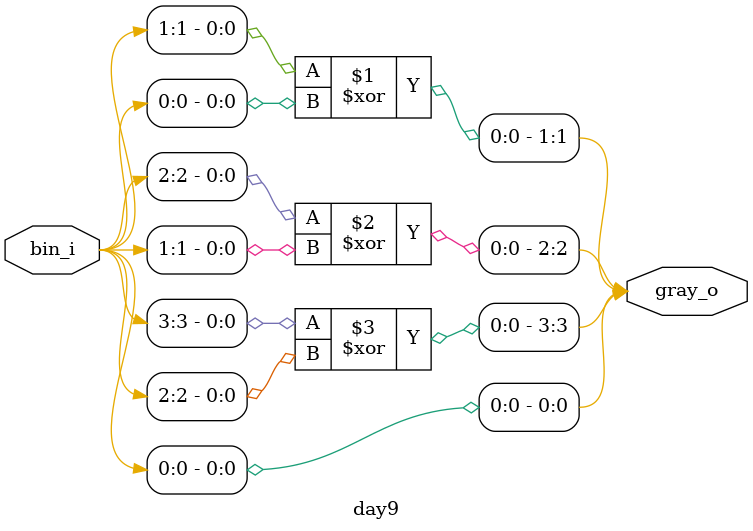
<source format=sv>

module day9 #(
  parameter VEC_W = 4
)(
  input     wire[VEC_W-1:0] bin_i,
  output    wire[VEC_W-1:0] gray_o
);


genvar i;
for(i=1;i<VEC_W;i=i+1)
begin
	assign gray_o[0]=bin_i[0];
	assign gray_o[i]=bin_i[i] ^ bin_i[i-1];
end


endmodule
</source>
